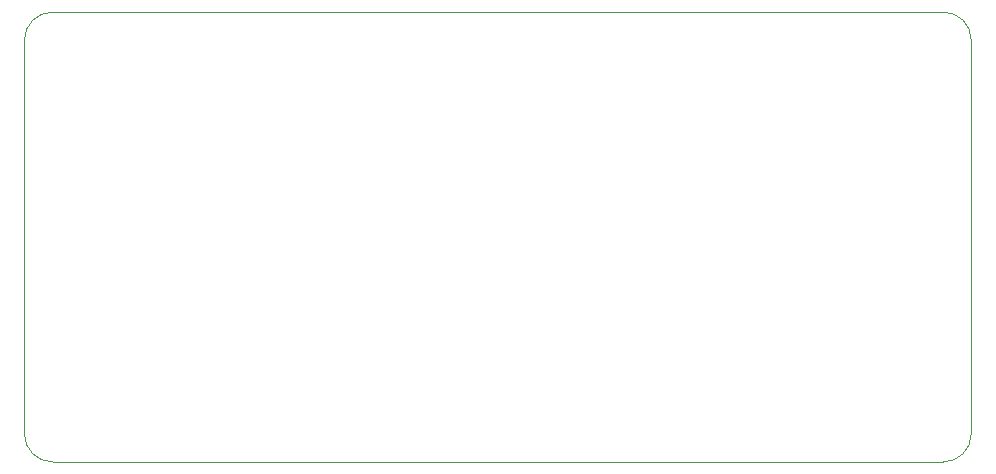
<source format=gbr>
G04 #@! TF.GenerationSoftware,KiCad,Pcbnew,(5.1.4)-1*
G04 #@! TF.CreationDate,2021-05-04T15:53:45+02:00*
G04 #@! TF.ProjectId,techo,74656368-6f2e-46b6-9963-61645f706362,rev?*
G04 #@! TF.SameCoordinates,Original*
G04 #@! TF.FileFunction,Legend,Top*
G04 #@! TF.FilePolarity,Positive*
%FSLAX46Y46*%
G04 Gerber Fmt 4.6, Leading zero omitted, Abs format (unit mm)*
G04 Created by KiCad (PCBNEW (5.1.4)-1) date 2021-05-04 15:53:45*
%MOMM*%
%LPD*%
G04 APERTURE LIST*
%ADD10C,0.120000*%
G04 APERTURE END LIST*
D10*
X57943750Y-31750000D02*
X133350000Y-31750000D01*
X55562500Y-34131250D02*
X55562500Y-67468750D01*
X133350000Y-69850000D02*
X57943750Y-69850000D01*
X57943750Y-69850000D02*
G75*
G02X55562500Y-67468750I0J2381250D01*
G01*
X55562500Y-34131250D02*
G75*
G02X57943750Y-31750000I2381250J0D01*
G01*
X135731250Y-34131250D02*
X135731250Y-67468750D01*
X135731250Y-67468750D02*
G75*
G02X133350000Y-69850000I-2381250J0D01*
G01*
X133350000Y-31750000D02*
G75*
G02X135731250Y-34131250I0J-2381250D01*
G01*
M02*

</source>
